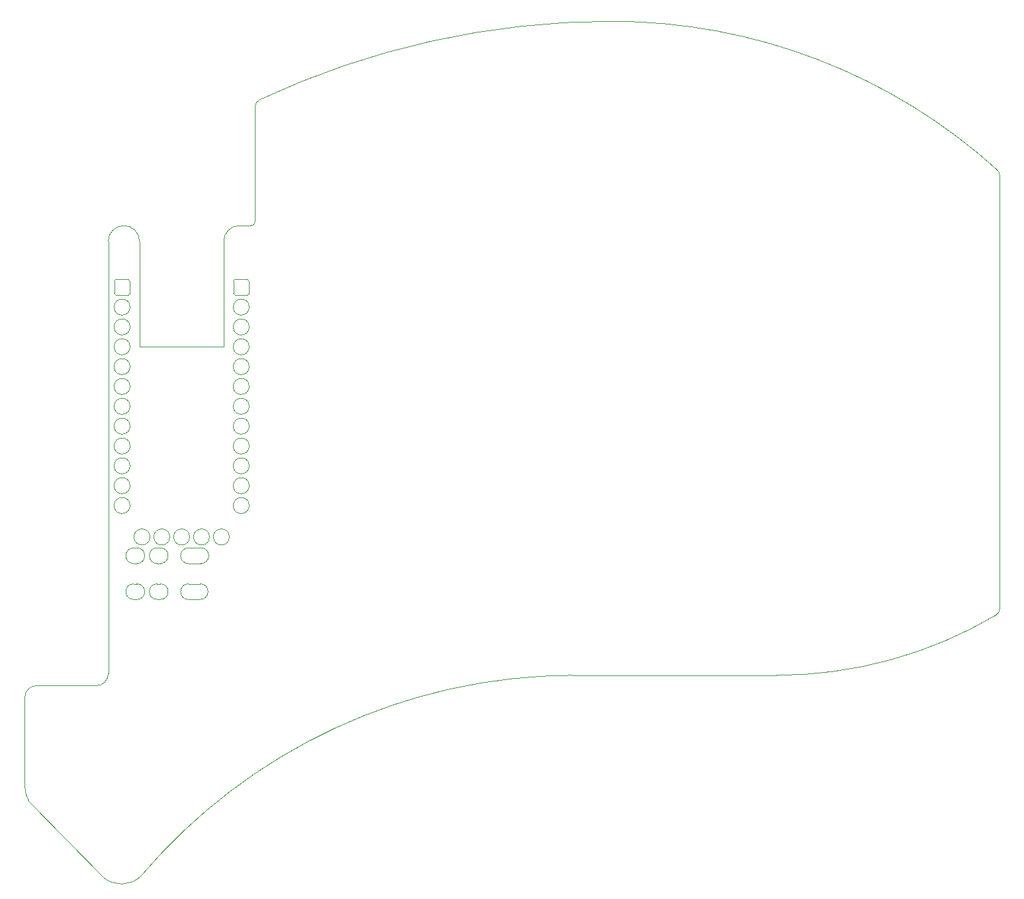
<source format=gm1>
%TF.GenerationSoftware,KiCad,Pcbnew,7.0.7-2.fc38*%
%TF.CreationDate,2023-10-05T15:22:53+05:30*%
%TF.ProjectId,bottom_plate,626f7474-6f6d-45f7-906c-6174652e6b69,rev?*%
%TF.SameCoordinates,Original*%
%TF.FileFunction,Profile,NP*%
%FSLAX46Y46*%
G04 Gerber Fmt 4.6, Leading zero omitted, Abs format (unit mm)*
G04 Created by KiCad (PCBNEW 7.0.7-2.fc38) date 2023-10-05 15:22:53*
%MOMM*%
%LPD*%
G01*
G04 APERTURE LIST*
%TA.AperFunction,Profile*%
%ADD10C,0.100000*%
%TD*%
%TA.AperFunction,Profile*%
%ADD11C,0.050000*%
%TD*%
G04 APERTURE END LIST*
D10*
X34902248Y-111364422D02*
G75*
G03*
X36401834Y-109839598I-25448J1524822D01*
G01*
D11*
X36400943Y-94264806D02*
X36400629Y-54480040D01*
D10*
X36401834Y-109839598D02*
X36400943Y-94264806D01*
D11*
X150430917Y-46085746D02*
G75*
G03*
X150107140Y-45349092I-999117J346D01*
G01*
D10*
X35746711Y-135879352D02*
X26297571Y-126235009D01*
D11*
X35746713Y-135879350D02*
G75*
G03*
X40579026Y-135740784I2340757J2698750D01*
G01*
X53181941Y-52480354D02*
G75*
G03*
X51181954Y-54480492I-41J-1999946D01*
G01*
X54681882Y-52480484D02*
G75*
G03*
X55181884Y-51980529I-182J500184D01*
G01*
D10*
X25726834Y-124214598D02*
X25726834Y-112889598D01*
D11*
X40400754Y-54479892D02*
X40400928Y-55729819D01*
X150107143Y-45349089D02*
G75*
G03*
X100806597Y-26334574I-49300483J-54405431D01*
G01*
X150430947Y-101485646D02*
X150430939Y-86246058D01*
X121856035Y-110035978D02*
G75*
G03*
X149957548Y-102335002I-135J55123378D01*
G01*
X149957548Y-102335003D02*
G75*
G03*
X150430947Y-101485646I-525148J849303D01*
G01*
X121856035Y-110035989D02*
X95794156Y-110035649D01*
X95794156Y-110035647D02*
G75*
G03*
X40579028Y-135740785I232684J-72653953D01*
G01*
X51171834Y-55730423D02*
X51171834Y-67984598D01*
X100806597Y-26334573D02*
G75*
G03*
X55757144Y-36379092I503J-106047427D01*
G01*
D10*
X25726831Y-124214598D02*
G75*
G03*
X26297572Y-126235009I3949969J24998D01*
G01*
D11*
X55181887Y-37284664D02*
X55181884Y-51980529D01*
X150430942Y-60166057D02*
X150430939Y-86246058D01*
X51181785Y-55730423D02*
X51181954Y-54480492D01*
X40391834Y-55729819D02*
X40391834Y-67984598D01*
X150430942Y-60166057D02*
X150430939Y-46085746D01*
D10*
X27251834Y-111364634D02*
G75*
G03*
X25726834Y-112889598I-34J-1524966D01*
G01*
D11*
X40400698Y-54479892D02*
G75*
G03*
X38400617Y-52479902I-1999898J92D01*
G01*
X40391834Y-67984598D02*
X51171834Y-67984598D01*
X55757142Y-36379088D02*
G75*
G03*
X55181887Y-37284664I425058J-905512D01*
G01*
X53181941Y-52480355D02*
X54681882Y-52480529D01*
X38400617Y-52479929D02*
G75*
G03*
X36400629Y-54480040I283J-2000271D01*
G01*
D10*
X34902247Y-111364386D02*
X27251834Y-111364598D01*
D11*
%TO.C,DISP101*%
X41736557Y-92332635D02*
G75*
G03*
X41736557Y-92332635I-1025000J0D01*
G01*
X44276557Y-92332635D02*
G75*
G03*
X44276557Y-92332635I-1025000J0D01*
G01*
X46816557Y-92332635D02*
G75*
G03*
X46816557Y-92332635I-1025000J0D01*
G01*
X49356557Y-92332635D02*
G75*
G03*
X49356557Y-92332635I-1025000J0D01*
G01*
X51896557Y-92332635D02*
G75*
G03*
X51896557Y-92332635I-1025000J0D01*
G01*
%TO.C,J101*%
X40062468Y-100330596D02*
X39662468Y-100330596D01*
X43062468Y-100330596D02*
X42662468Y-100330596D01*
X48162468Y-100330596D02*
X46662468Y-100330596D01*
X39662468Y-98330596D02*
X40062468Y-98330596D01*
X42662468Y-98330596D02*
X43062468Y-98330596D01*
X46662468Y-98330596D02*
X48162468Y-98330596D01*
X39662468Y-95730596D02*
X40062468Y-95730596D01*
X42662468Y-95730596D02*
X43062468Y-95730596D01*
X46662468Y-95730596D02*
X48262468Y-95730596D01*
X40062468Y-93730596D02*
X39662468Y-93730596D01*
X43062468Y-93730596D02*
X42662468Y-93730596D01*
X48262468Y-93730596D02*
X46662468Y-93730596D01*
X39662468Y-98330596D02*
G75*
G03*
X39662468Y-100330596I0J-1000000D01*
G01*
X42662468Y-98330596D02*
G75*
G03*
X42662468Y-100330596I0J-1000000D01*
G01*
X46662468Y-98330596D02*
G75*
G03*
X46662468Y-100330596I0J-1000000D01*
G01*
X40062468Y-100330596D02*
G75*
G03*
X40062468Y-98330596I0J1000000D01*
G01*
X43062468Y-100330596D02*
G75*
G03*
X43062468Y-98330596I0J1000000D01*
G01*
X48162468Y-100330596D02*
G75*
G03*
X48162468Y-98330596I0J1000000D01*
G01*
X39662468Y-93730596D02*
G75*
G03*
X39662468Y-95730596I0J-1000000D01*
G01*
X42662468Y-93730596D02*
G75*
G03*
X42662468Y-95730596I0J-1000000D01*
G01*
X46662468Y-93730596D02*
G75*
G03*
X46662468Y-95730596I0J-1000000D01*
G01*
X40062468Y-95730596D02*
G75*
G03*
X40062468Y-93730596I0J1000000D01*
G01*
X43062468Y-95730596D02*
G75*
G03*
X43062468Y-93730596I0J1000000D01*
G01*
X48262468Y-95730596D02*
G75*
G03*
X48262468Y-93730596I0J1000000D01*
G01*
%TO.C,U101*%
X54211311Y-59373658D02*
X52611311Y-59373658D01*
X38971311Y-59373658D02*
X37371311Y-59373658D01*
X52411311Y-59573658D02*
X52411311Y-61173658D01*
X37171311Y-59573658D02*
X37171311Y-61173658D01*
X54411311Y-61173658D02*
X54411311Y-59573658D01*
X39171311Y-61173658D02*
X39171311Y-59573658D01*
X52611311Y-61373658D02*
X54211311Y-61373658D01*
X37371311Y-61373658D02*
X38971311Y-61373658D01*
X54411311Y-59573658D02*
G75*
G03*
X54211311Y-59373658I-200001J-1D01*
G01*
X39171311Y-59573658D02*
G75*
G03*
X38971311Y-59373658I-200001J-1D01*
G01*
X52611311Y-59373658D02*
G75*
G03*
X52411311Y-59573658I1J-200001D01*
G01*
X37371311Y-59373658D02*
G75*
G03*
X37171311Y-59573658I1J-200001D01*
G01*
X54211311Y-61373658D02*
G75*
G03*
X54411311Y-61173658I-1J200001D01*
G01*
X38971311Y-61373658D02*
G75*
G03*
X39171311Y-61173658I-1J200001D01*
G01*
X52411311Y-61173658D02*
G75*
G03*
X52611311Y-61373658I200001J1D01*
G01*
X37171311Y-61173658D02*
G75*
G03*
X37371311Y-61373658I200001J1D01*
G01*
X54436311Y-62913658D02*
G75*
G03*
X54436311Y-62913658I-1025000J0D01*
G01*
X39196311Y-62913658D02*
G75*
G03*
X39196311Y-62913658I-1025000J0D01*
G01*
X54436311Y-65453658D02*
G75*
G03*
X54436311Y-65453658I-1025000J0D01*
G01*
X39196311Y-65453658D02*
G75*
G03*
X39196311Y-65453658I-1025000J0D01*
G01*
X54436311Y-67993658D02*
G75*
G03*
X54436311Y-67993658I-1025000J0D01*
G01*
X39196311Y-67993658D02*
G75*
G03*
X39196311Y-67993658I-1025000J0D01*
G01*
X54436311Y-70533658D02*
G75*
G03*
X54436311Y-70533658I-1025000J0D01*
G01*
X39196311Y-70533658D02*
G75*
G03*
X39196311Y-70533658I-1025000J0D01*
G01*
X54436311Y-73073658D02*
G75*
G03*
X54436311Y-73073658I-1025000J0D01*
G01*
X39196311Y-73073658D02*
G75*
G03*
X39196311Y-73073658I-1025000J0D01*
G01*
X54436311Y-75613658D02*
G75*
G03*
X54436311Y-75613658I-1025000J0D01*
G01*
X39196311Y-75613658D02*
G75*
G03*
X39196311Y-75613658I-1025000J0D01*
G01*
X54436311Y-78153658D02*
G75*
G03*
X54436311Y-78153658I-1025000J0D01*
G01*
X39196311Y-78153658D02*
G75*
G03*
X39196311Y-78153658I-1025000J0D01*
G01*
X54436311Y-80693658D02*
G75*
G03*
X54436311Y-80693658I-1025000J0D01*
G01*
X39196311Y-80693658D02*
G75*
G03*
X39196311Y-80693658I-1025000J0D01*
G01*
X54436311Y-83233658D02*
G75*
G03*
X54436311Y-83233658I-1025000J0D01*
G01*
X39196311Y-83233658D02*
G75*
G03*
X39196311Y-83233658I-1025000J0D01*
G01*
X54436311Y-85773658D02*
G75*
G03*
X54436311Y-85773658I-1025000J0D01*
G01*
X39196311Y-85773658D02*
G75*
G03*
X39196311Y-85773658I-1025000J0D01*
G01*
X54436311Y-88313658D02*
G75*
G03*
X54436311Y-88313658I-1025000J0D01*
G01*
X39196311Y-88313658D02*
G75*
G03*
X39196311Y-88313658I-1025000J0D01*
G01*
%TD*%
M02*

</source>
